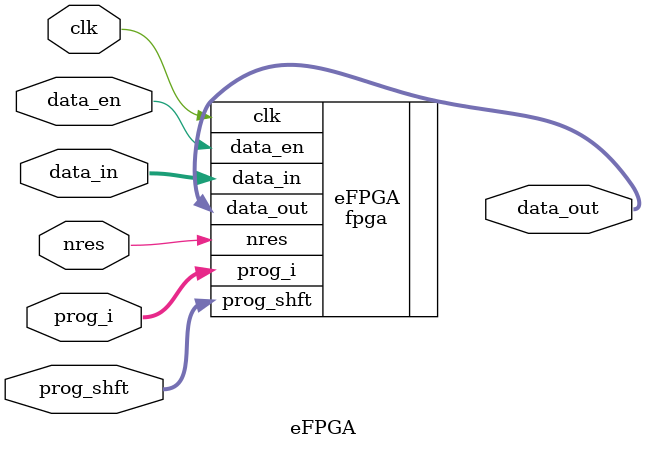
<source format=sv>
module eFPGA (
  //Global Clock/Reset
  input wire clk,
  input wire nres,
  //Programming Interface
  input wire   [31:0] prog_i,
  input wire    [8:0] prog_shft,
  //Module In/Out
  input wire          data_en,
  input wire  [95:0] data_in,
  output wire [127:0] data_out
);
  
  // Registers
  
  // Wires
  
  // Assigns

  // Instances

  fpga #(.V(2), .H(3)) eFPGA (.clk(clk), .nres(nres), .prog_i(prog_i), .prog_shft(prog_shft),
    .data_en(data_en), .data_in(data_in), .data_out(data_out));

  // Processes
  
  //------------------------------- Sequential ------------------------------
  
  //----------------------------- Combinational -----------------------------
  
endmodule
</source>
